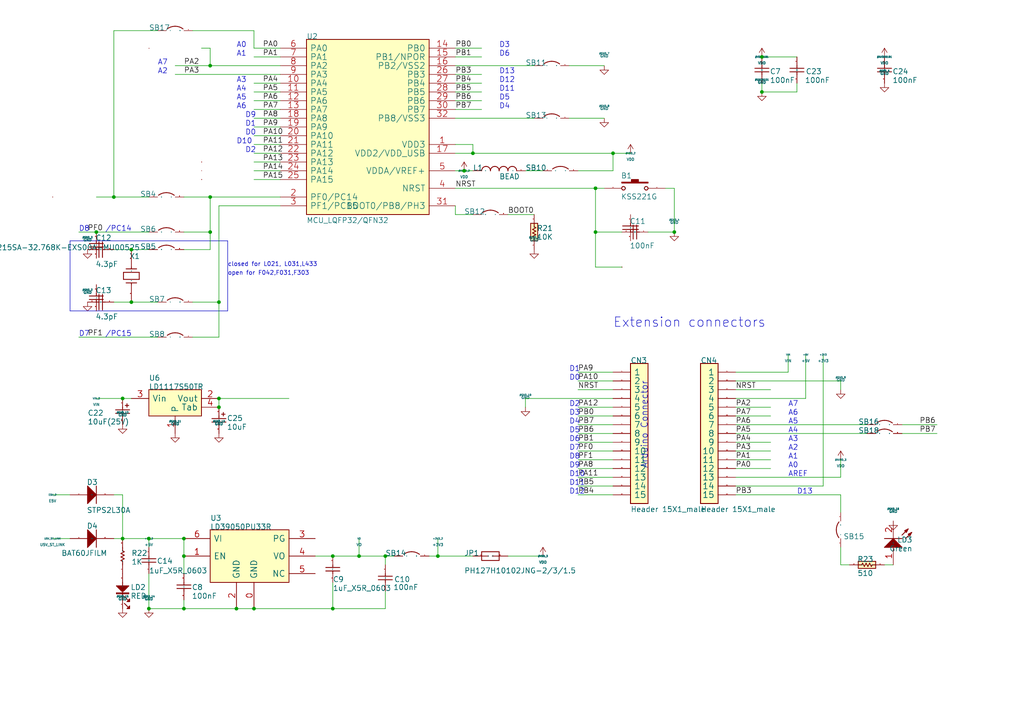
<source format=kicad_sch>
(kicad_sch (version 20230121) (generator eeschema)
  (paper "A4")
  (title_block (title "MCU") (date "*") (company "ST Microelectronics") (comment 1 "July-2002: Re-released for DXP Platform."))
  (lib_symbols
    (symbol "MCU_32-SchDoc-rescue:BAT60JFILM-" (pin_names (offset 1.016))
      (property "Reference" "D" (at -0.254 0.254 0))
      (property "Value" "BAT60JFILM" (at -7.62 -7.62 0))
      (symbol "BAT60JFILM-_0_1"
        (pin passive line (at -5.08 -2.54 0) (length 5.08) (name "A") (number "1"))
        (pin passive line (at 7.62 -2.54 180) (length 5.08) (name "K") (number "2"))
      )
    )
    (symbol "MCU_32-SchDoc-rescue:CAP-" (pin_names (offset 1.016))
      (property "Reference" "C" (at -2.794 -0.254 0))
      (property "Value" "CAP" (at -2.794 -7.366 0))
      (symbol "CAP-_0_1"
        (pin passive line (at -2.54 -2.54 0) (length 2.54) (name "1") (number "1"))
        (pin passive line (at 2.54 2.54 270) (length 2.54) (name "1") (number "1"))
        (pin passive line (at 2.54 -5.08 90) (length 2.54) (name "2") (number "2"))
        (pin passive line (at 5.08 -2.54 180) (length 2.54) (name "2") (number "2"))
      )
    )
    (symbol "MCU_32-SchDoc-rescue:CAP_SMD_0603__X5R_1µF_25V_10%-" (pin_names (offset 1.016))
      (property "Reference" "C" (at 2.286 -4.826 0))
      (property "Value" "CAP_SMD_0603__X5R_1µF_25V_10%" (at 0 -7.62 90))
      (symbol "CAP_SMD_0603__X5R_1µF_25V_10%-_0_1"
        (pin passive line (at 0 0 0) (length 2.54) (name "1") (number "1"))
        (pin passive line (at 7.62 0 180) (length 2.54) (name "2") (number "2"))
      )
    )
    (symbol "MCU_32-SchDoc-rescue:CRYSTAL_32K-" (pin_names (offset 1.016))
      (property "Reference" "X" (at 0 -2.286 0))
      (property "Value" "CRYSTAL_32K" (at 0 -4.826 90))
      (symbol "CRYSTAL_32K-_0_1"
        (pin passive line (at -5.08 -2.54 0) (length 5.08) (name "1") (number "1"))
        (pin passive line (at 10.16 -2.54 180) (length 5.08) (name "2") (number "2"))
      )
    )
    (symbol "MCU_32-SchDoc-rescue:Cap-" (pin_names (offset 1.016))
      (property "Reference" "C" (at -0.254 -2.54 0))
      (property "Value" "Cap" (at -0.254 -5.08 90))
      (symbol "Cap-_0_1"
        (pin passive line (at -2.54 -2.54 0) (length 2.54) (name "1") (number "1"))
        (pin passive line (at 5.08 -2.54 180) (length 2.54) (name "2") (number "2"))
      )
    )
    (symbol "MCU_32-SchDoc-rescue:Cap_Pol1-" (pin_names (offset 1.016))
      (property "Reference" "C" (at -0.254 -1.524 0))
      (property "Value" "Cap_Pol1" (at -0.254 -4.064 90))
      (symbol "Cap_Pol1-_0_1"
        (pin passive line (at -2.54 -2.54 0) (length 2.54) (name "1") (number "1"))
        (pin passive line (at 5.08 -2.54 180) (length 2.54) (name "2") (number "2"))
      )
    )
    (symbol "MCU_32-SchDoc-rescue:Capacitor_ST-" (pin_names (offset 1.016))
      (property "Reference" "C" (at 5.08 0 0))
      (property "Value" "Capacitor_ST" (at 4.826 -2.286 90))
      (symbol "Capacitor_ST-_0_1"
        (pin passive line (at -2.54 -2.54 0) (length 2.54) (name "1") (number "1"))
        (pin passive line (at 5.08 -2.54 180) (length 2.54) (name "2") (number "2"))
      )
    )
    (symbol "MCU_32-SchDoc-rescue:Circuit_Breaker-" (pin_names (offset 1.016))
      (property "Reference" "SB" (at -5.08 -2.54 0))
      (property "Value" "Circuit_Breaker" (at 0 0 0))
      (symbol "Circuit_Breaker-_0_1"
        (pin passive line (at -2.54 -2.54 0) (length 2.54) (name "1") (number "1"))
        (pin passive line (at 7.62 -2.54 180) (length 2.54) (name "2") (number "2"))
      )
    )
    (symbol "MCU_32-SchDoc-rescue:Header_15X1_Female_1-" (pin_names (offset 1.016))
      (property "Reference" "CN" (at -5.08 0 0))
      (property "Value" "Header_15X1_Female_1" (at -5.08 -43.18 0))
      (symbol "Header_15X1_Female_1-_0_1"
        (pin passive line (at -5.08 -2.54 0) (length 5.08) (name "1") (number "1"))
        (pin passive line (at -5.08 -25.4 0) (length 5.08) (name "10") (number "10"))
        (pin passive line (at -5.08 -27.94 0) (length 5.08) (name "11") (number "11"))
        (pin passive line (at -5.08 -30.48 0) (length 5.08) (name "12") (number "12"))
        (pin passive line (at -5.08 -33.02 0) (length 5.08) (name "13") (number "13"))
        (pin passive line (at -5.08 -35.56 0) (length 5.08) (name "14") (number "14"))
        (pin passive line (at -5.08 -38.1 0) (length 5.08) (name "15") (number "15"))
        (pin passive line (at -5.08 -5.08 0) (length 5.08) (name "2") (number "2"))
        (pin passive line (at -5.08 -7.62 0) (length 5.08) (name "3") (number "3"))
        (pin passive line (at -5.08 -10.16 0) (length 5.08) (name "4") (number "4"))
        (pin passive line (at -5.08 -12.7 0) (length 5.08) (name "5") (number "5"))
        (pin passive line (at -5.08 -15.24 0) (length 5.08) (name "6") (number "6"))
        (pin passive line (at -5.08 -17.78 0) (length 5.08) (name "7") (number "7"))
        (pin passive line (at -5.08 -20.32 0) (length 5.08) (name "8") (number "8"))
        (pin passive line (at -5.08 -22.86 0) (length 5.08) (name "9") (number "9"))
      )
    )
    (symbol "MCU_32-SchDoc-rescue:Inductor-" (pin_names (offset 1.016))
      (property "Reference" "L" (at -2.54 -2.54 0))
      (property "Value" "Inductor" (at 5.08 -5.08 0))
      (symbol "Inductor-_0_1"
        (pin passive line (at -2.54 -2.54 0) (length 2.54) (name "1") (number "1"))
        (pin passive line (at 12.7 -2.54 180) (length 2.54) (name "2") (number "2"))
      )
    )
    (symbol "MCU_32-SchDoc-rescue:JP2-" (pin_names (offset 1.016))
      (property "Reference" "JP" (at -7.62 0 0))
      (property "Value" "JP2" (at -7.62 -5.08 0))
      (symbol "JP2-_0_1"
        (pin passive line (at -5.08 0 0) (length 4.572) (name "COMMON") (number "1"))
        (pin passive line (at 5.08 0 180) (length 4.572) (name "NO") (number "2"))
      )
    )
    (symbol "MCU_32-SchDoc-rescue:LD1117-" (pin_names (offset 1.016))
      (property "Reference" "U" (at -7.62 5.08 0))
      (property "Value" "LD1117" (at -7.62 2.54 0))
      (symbol "LD1117-_0_1"
        (pin passive line (at 0 -10.16 90) (length 5.08) (name "P") (number "1"))
        (pin power_in line (at 12.7 0 180) (length 5.08) (name "Vout") (number "2"))
        (pin input line (at -12.7 0 0) (length 5.08) (name "Vin") (number "3"))
        (pin power_in line (at 12.7 -2.54 180) (length 5.08) (name "Tab") (number "4"))
      )
    )
    (symbol "MCU_32-SchDoc-rescue:LD39050P-" (pin_names (offset 1.016))
      (property "Reference" "U" (at 0 2.54 0))
      (property "Value" "LD39050P" (at 0 0 0))
      (symbol "LD39050P-_0_1"
        (pin passive line (at 12.7 -22.86 90) (length 7.62) (name "GND") (number "0"))
        (pin passive line (at -7.62 -7.62 0) (length 7.62) (name "EN") (number "1"))
        (pin passive line (at 7.62 -22.86 90) (length 7.62) (name "GND") (number "2"))
        (pin passive line (at 30.48 -2.54 180) (length 7.62) (name "PG") (number "3"))
        (pin passive line (at 30.48 -7.62 180) (length 7.62) (name "VO") (number "4"))
        (pin passive line (at 30.48 -12.7 180) (length 7.62) (name "NC") (number "5"))
        (pin passive line (at -7.62 -2.54 0) (length 7.62) (name "VI") (number "6"))
      )
    )
    (symbol "MCU_32-SchDoc-rescue:LED2-" (pin_names (offset 1.016))
      (property "Reference" "LD" (at 3.048 3.048 0))
      (property "Value" "LED2" (at 3.048 0.508 90))
      (symbol "LED2-_0_1"
        (pin passive line (at -5.08 -2.54 0) (length 5.08) (name "A") (number "1"))
        (pin passive line (at 7.62 -2.54 180) (length 5.08) (name "K") (number "2"))
      )
    )
    (symbol "MCU_32-SchDoc-rescue:MCU_LQFP32-" (pin_names (offset 1.016))
      (property "Reference" "U" (at 0 0 0))
      (property "Value" "MCU_LQFP32" (at 0 -53.34 0))
      (symbol "MCU_LQFP32-_0_1"
        (pin passive line (at 43.18 -30.48 180) (length 7.62) (name "VDD3") (number "1"))
        (pin passive line (at -7.62 -12.7 0) (length 7.62) (name "PA4") (number "10"))
        (pin passive line (at -7.62 -15.24 0) (length 7.62) (name "PA5") (number "11"))
        (pin passive line (at -7.62 -17.78 0) (length 7.62) (name "PA6") (number "12"))
        (pin passive line (at -7.62 -20.32 0) (length 7.62) (name "PA7") (number "13"))
        (pin passive line (at 43.18 -2.54 180) (length 7.62) (name "PB0") (number "14"))
        (pin passive line (at 43.18 -5.08 180) (length 7.62) (name "PB1/NPOR") (number "15"))
        (pin passive line (at 43.18 -7.62 180) (length 7.62) (name "PB2/VSS2") (number "16"))
        (pin passive line (at 43.18 -33.02 180) (length 7.62) (name "VDD2/VDD_USB") (number "17"))
        (pin passive line (at -7.62 -22.86 0) (length 7.62) (name "PA8") (number "18"))
        (pin passive line (at -7.62 -25.4 0) (length 7.62) (name "PA9") (number "19"))
        (pin passive line (at -7.62 -45.72 0) (length 7.62) (name "PF0/PC14") (number "2"))
        (pin passive line (at -7.62 -27.94 0) (length 7.62) (name "PA10") (number "20"))
        (pin passive line (at -7.62 -30.48 0) (length 7.62) (name "PA11") (number "21"))
        (pin passive line (at -7.62 -33.02 0) (length 7.62) (name "PA12") (number "22"))
        (pin passive line (at -7.62 -35.56 0) (length 7.62) (name "PA13") (number "23"))
        (pin passive line (at -7.62 -38.1 0) (length 7.62) (name "PA14") (number "24"))
        (pin passive line (at -7.62 -40.64 0) (length 7.62) (name "PA15") (number "25"))
        (pin passive line (at 43.18 -10.16 180) (length 7.62) (name "PB3") (number "26"))
        (pin passive line (at 43.18 -12.7 180) (length 7.62) (name "PB4") (number "27"))
        (pin passive line (at 43.18 -15.24 180) (length 7.62) (name "PB5") (number "28"))
        (pin passive line (at 43.18 -17.78 180) (length 7.62) (name "PB6") (number "29"))
        (pin passive line (at -7.62 -48.26 0) (length 7.62) (name "PF1/PC15") (number "3"))
        (pin passive line (at 43.18 -20.32 180) (length 7.62) (name "PB7") (number "30"))
        (pin passive line (at 43.18 -48.26 180) (length 7.62) (name "BOOT0/PB8/PH3") (number "31"))
        (pin passive line (at 43.18 -22.86 180) (length 7.62) (name "PB8/VSS3") (number "32"))
        (pin passive line (at 43.18 -43.18 180) (length 7.62) (name "NRST") (number "4"))
        (pin passive line (at 43.18 -38.1 180) (length 7.62) (name "VDDA/VREF+") (number "5"))
        (pin passive line (at -7.62 -2.54 0) (length 7.62) (name "PA0") (number "6"))
        (pin passive line (at -7.62 -5.08 0) (length 7.62) (name "PA1") (number "7"))
        (pin passive line (at -7.62 -7.62 0) (length 7.62) (name "PA2") (number "8"))
        (pin passive line (at -7.62 -10.16 0) (length 7.62) (name "PA3") (number "9"))
      )
    )
    (symbol "MCU_32-SchDoc-rescue:PHOTO-" (pin_names (offset 1.016))
      (property "Reference" "LD" (at 2.286 -4.826 0))
      (property "Value" "PHOTO" (at 2.286 -7.366 0))
      (symbol "PHOTO-_0_1"
        (pin passive line (at 0 0 270) (length 2.54) (name "P") (number "1"))
        (pin passive line (at 0 -10.16 90) (length 2.54) (name "P") (number "2"))
      )
    )
    (symbol "MCU_32-SchDoc-rescue:Res1-" (pin_names (offset 1.016))
      (property "Reference" "R" (at -5.334 3.302 0))
      (property "Value" "Res1" (at -5.334 -0.762 0))
      (symbol "Res1-_0_1"
        (pin passive line (at -2.54 -2.54 0) (length 2.54) (name "1") (number "1"))
        (pin passive line (at 7.62 -2.54 180) (length 2.54) (name "2") (number "2"))
      )
    )
    (symbol "MCU_32-SchDoc-rescue:Resistor_ST-" (pin_names (offset 1.016))
      (property "Reference" "R" (at 5.08 2.54 0))
      (property "Value" "Resistor_ST" (at 5.08 0 90))
      (symbol "Resistor_ST-_0_1"
        (pin passive line (at -2.54 -2.54 0) (length 2.54) (name "1") (number "1"))
        (pin passive line (at 7.62 -2.54 180) (length 2.54) (name "2") (number "2"))
      )
    )
    (symbol "MCU_32-SchDoc-rescue:STPS2L30A-" (pin_names (offset 1.016))
      (property "Reference" "D" (at -0.254 0.254 0))
      (property "Value" "STPS2L30A" (at -0.254 -7.874 0))
      (symbol "STPS2L30A-_0_1"
        (pin passive line (at -5.08 -2.54 0) (length 5.08) (name "A") (number "1"))
        (pin passive line (at 7.62 -2.54 180) (length 5.08) (name "K") (number "2"))
      )
    )
    (symbol "MCU_32-SchDoc-rescue:SW-PB-" (pin_names (offset 1.016))
      (property "Reference" "B" (at -0.254 0.254 0))
      (property "Value" "SW-PB" (at -0.254 -5.842 0))
      (symbol "SW-PB-_0_1"
        (pin passive line (at -5.08 -2.54 0) (length 5.08) (name "1") (number "1"))
        (pin passive line (at 12.7 -2.54 180) (length 5.08) (name "2") (number "2"))
      )
    )
    (symbol "MCU_32-SchDoc-rescue:res1-" (pin_names (offset 1.016))
      (property "Reference" "R" (at -1.778 -2.286 0))
      (property "Value" "res1" (at -1.778 -4.826 90))
      (symbol "res1-_0_1"
        (pin passive line (at -2.54 -2.54 0) (length 2.54) (name "1") (number "1"))
        (pin passive line (at 7.62 -2.54 180) (length 2.54) (name "2") (number "2"))
      )
    )
    (symbol "power:GND" (power) (pin_names (offset 0))
      (property "Value" "GND" (at 0 -3.81 0))
      (symbol "GND_1_1"
        (pin power_in line (at 0 0 270) (length 0) hide (name "GND") (number "1"))
      )
    )
    (symbol "power:VDD" (power) (pin_names (offset 0))
      (property "Value" "VDD" (at 0 3.81 0))
      (symbol "VDD_1_1"
        (pin power_in line (at 0 0 90) (length 0) hide (name "VDD") (number "1"))
      )
    )
  )
  (junction (at 63.5 115.57))
  (junction (at 96.52 176.53))
  (junction (at 53.34 156.21))
  (junction (at 38.1 87.63))
  (junction (at 27.94 67.31))
  (junction (at 38.1 72.39))
  (junction (at 172.72 67.31))
  (junction (at 43.18 156.21))
  (junction (at 60.96 67.31))
  (junction (at 60.96 19.05))
  (junction (at 35.56 156.21))
  (junction (at 35.56 115.57))
  (junction (at 172.72 54.61))
  (junction (at 220.98 26.67))
  (junction (at 63.5 87.63))
  (junction (at 43.18 176.53))
  (junction (at 104.14 161.29))
  (junction (at 127 161.29))
  (junction (at 73.66 176.53))
  (junction (at 111.76 161.29))
  (junction (at 96.52 161.29))
  (junction (at 134.62 49.53))
  (junction (at 53.34 176.53))
  (junction (at 220.98 16.51))
  (junction (at 177.8 44.45))
  (junction (at 33.02 57.15))
  (junction (at 60.96 57.15))
  (junction (at 63.5 118.11))
  (junction (at 137.16 44.45))
  (junction (at 68.58 176.53))
  (junction (at 53.34 161.29))
  (junction (at 195.58 67.31))
  (wire (pts (xy 132.08 29.21) (xy 139.7 29.21)))
  (wire (pts (xy 137.16 161.29) (xy 127 161.29)))
  (wire (pts (xy 35.56 156.21) (xy 43.18 156.21)))
  (wire (pts (xy 213.36 133.35) (xy 223.52 133.35)))
  (wire (pts (xy 73.66 13.97) (xy 73.66 8.89)))
  (wire (pts (xy 137.16 44.45) (xy 137.16 41.91)))
  (wire (pts (xy 213.36 113.03) (xy 223.52 113.03)))
  (wire (pts (xy 43.18 72.39) (xy 38.1 72.39)))
  (wire (pts (xy 233.68 115.57) (xy 213.36 115.57)))
  (wire (pts (xy 33.02 57.15) (xy 33.02 8.89)))
  (wire (pts (xy 73.66 41.91) (xy 81.28 41.91)))
  (wire (pts (xy 73.66 16.51) (xy 81.28 16.51)))
  (wire (pts (xy 45.72 97.79) (xy 22.86 97.79)))
  (wire (pts (xy 220.98 26.67) (xy 231.14 26.67)))
  (wire (pts (xy 167.64 140.97) (xy 177.8 140.97)))
  (wire (pts (xy 73.66 36.83) (xy 81.28 36.83)))
  (wire (pts (xy 213.36 120.65) (xy 223.52 120.65)))
  (wire (pts (xy 20.32 143.51) (xy 15.24 143.51)))
  (wire (pts (xy 231.14 26.67) (xy 231.14 24.13)))
  (wire (pts (xy 60.96 57.15) (xy 60.96 67.31)))
  (wire (pts (xy 73.66 34.29) (xy 81.28 34.29)))
  (wire (pts (xy 243.84 110.49) (xy 213.36 110.49)))
  (wire (pts (xy 43.18 158.75) (xy 43.18 156.21)))
  (wire (pts (xy 228.6 102.87) (xy 228.6 107.95)))
  (wire (pts (xy 271.78 123.19) (xy 261.62 123.19)))
  (wire (pts (xy 60.96 13.97) (xy 58.42 13.97)))
  (wire (pts (xy 223.52 128.27) (xy 213.36 128.27)))
  (wire (pts (xy 27.94 57.15) (xy 33.02 57.15)))
  (wire (pts (xy 96.52 168.91) (xy 96.52 176.53)))
  (wire (pts (xy 167.64 107.95) (xy 177.8 107.95)))
  (wire (pts (xy 127 156.21) (xy 127 161.29)))
  (wire (pts (xy 177.8 44.45) (xy 177.8 49.53)))
  (wire (pts (xy 73.66 29.21) (xy 81.28 29.21)))
  (wire (pts (xy 73.66 31.75) (xy 81.28 31.75)))
  (wire (pts (xy 81.28 57.15) (xy 60.96 57.15)))
  (wire (pts (xy 246.38 163.83) (xy 243.84 163.83)))
  (wire (pts (xy 167.64 110.49) (xy 177.8 110.49)))
  (wire (pts (xy 33.02 143.51) (xy 35.56 143.51)))
  (wire (pts (xy 111.76 171.45) (xy 111.76 176.53)))
  (wire (pts (xy 35.56 115.57) (xy 27.94 115.57)))
  (wire (pts (xy 43.18 57.15) (xy 33.02 57.15)))
  (wire (pts (xy 167.64 125.73) (xy 177.8 125.73)))
  (wire (pts (xy 132.08 62.23) (xy 137.16 62.23)))
  (wire (pts (xy 134.62 49.53) (xy 132.08 49.53)))
  (wire (pts (xy 60.96 67.31) (xy 53.34 67.31)))
  (polyline (pts (xy 66.04 90.17) (xy 66.04 69.85)))
  (wire (pts (xy 38.1 87.63) (xy 45.72 87.63)))
  (wire (pts (xy 53.34 156.21) (xy 53.34 161.29)))
  (wire (pts (xy 256.54 163.83) (xy 259.08 163.83)))
  (wire (pts (xy 73.66 176.53) (xy 68.58 176.53)))
  (wire (pts (xy 73.66 49.53) (xy 81.28 49.53)))
  (wire (pts (xy 243.84 143.51) (xy 213.36 143.51)))
  (wire (pts (xy 154.94 19.05) (xy 132.08 19.05)))
  (wire (pts (xy 96.52 176.53) (xy 73.66 176.53)))
  (wire (pts (xy 167.64 118.11) (xy 177.8 118.11)))
  (wire (pts (xy 63.5 115.57) (xy 63.5 118.11)))
  (wire (pts (xy 238.76 140.97) (xy 213.36 140.97)))
  (polyline (pts (xy 20.32 69.85) (xy 66.04 69.85)))
  (wire (pts (xy 172.72 54.61) (xy 132.08 54.61)))
  (wire (pts (xy 81.28 13.97) (xy 73.66 13.97)))
  (wire (pts (xy 127 161.29) (xy 124.46 161.29)))
  (wire (pts (xy 177.8 44.45) (xy 137.16 44.45)))
  (wire (pts (xy 53.34 173.99) (xy 53.34 176.53)))
  (wire (pts (xy 22.86 67.31) (xy 27.94 67.31)))
  (wire (pts (xy 167.64 130.81) (xy 177.8 130.81)))
  (wire (pts (xy 172.72 54.61) (xy 175.26 54.61)))
  (wire (pts (xy 172.72 77.47) (xy 172.72 67.31)))
  (wire (pts (xy 38.1 115.57) (xy 35.56 115.57)))
  (wire (pts (xy 50.8 21.59) (xy 81.28 21.59)))
  (wire (pts (xy 238.76 102.87) (xy 238.76 140.97)))
  (wire (pts (xy 73.66 52.07) (xy 81.28 52.07)))
  (wire (pts (xy 60.96 19.05) (xy 81.28 19.05)))
  (wire (pts (xy 73.66 24.13) (xy 81.28 24.13)))
  (wire (pts (xy 111.76 161.29) (xy 111.76 163.83)))
  (wire (pts (xy 132.08 24.13) (xy 139.7 24.13)))
  (wire (pts (xy 137.16 49.53) (xy 134.62 49.53)))
  (wire (pts (xy 104.14 156.21) (xy 104.14 161.29)))
  (wire (pts (xy 33.02 156.21) (xy 35.56 156.21)))
  (wire (pts (xy 60.96 19.05) (xy 60.96 13.97)))
  (wire (pts (xy 243.84 113.03) (xy 243.84 110.49)))
  (wire (pts (xy 132.08 21.59) (xy 139.7 21.59)))
  (wire (pts (xy 154.94 34.29) (xy 132.08 34.29)))
  (wire (pts (xy 213.36 130.81) (xy 223.52 130.81)))
  (wire (pts (xy 167.64 128.27) (xy 177.8 128.27)))
  (wire (pts (xy 73.66 26.67) (xy 81.28 26.67)))
  (wire (pts (xy 43.18 176.53) (xy 43.18 166.37)))
  (wire (pts (xy 175.26 19.05) (xy 165.1 19.05)))
  (wire (pts (xy 167.64 123.19) (xy 177.8 123.19)))
  (wire (pts (xy 213.36 123.19) (xy 251.46 123.19)))
  (wire (pts (xy 243.84 133.35) (xy 243.84 138.43)))
  (wire (pts (xy 243.84 138.43) (xy 213.36 138.43)))
  (wire (pts (xy 152.4 115.57) (xy 177.8 115.57)))
  (wire (pts (xy 104.14 161.29) (xy 111.76 161.29)))
  (wire (pts (xy 243.84 148.59) (xy 243.84 143.51)))
  (wire (pts (xy 182.88 44.45) (xy 177.8 44.45)))
  (wire (pts (xy 96.52 161.29) (xy 104.14 161.29)))
  (wire (pts (xy 195.58 54.61) (xy 193.04 54.61)))
  (wire (pts (xy 220.98 24.13) (xy 220.98 26.67)))
  (wire (pts (xy 137.16 41.91) (xy 132.08 41.91)))
  (wire (pts (xy 27.94 67.31) (xy 43.18 67.31)))
  (wire (pts (xy 167.64 133.35) (xy 177.8 133.35)))
  (wire (pts (xy 243.84 163.83) (xy 243.84 158.75)))
  (wire (pts (xy 73.66 8.89) (xy 55.88 8.89)))
  (wire (pts (xy 132.08 31.75) (xy 139.7 31.75)))
  (wire (pts (xy 147.32 161.29) (xy 157.48 161.29)))
  (wire (pts (xy 91.44 161.29) (xy 96.52 161.29)))
  (wire (pts (xy 137.16 44.45) (xy 132.08 44.45)))
  (wire (pts (xy 111.76 161.29) (xy 114.3 161.29)))
  (wire (pts (xy 180.34 67.31) (xy 172.72 67.31)))
  (polyline (pts (xy 20.32 90.17) (xy 66.04 90.17)))
  (wire (pts (xy 55.88 97.79) (xy 63.5 97.79)))
  (wire (pts (xy 33.02 8.89) (xy 45.72 8.89)))
  (wire (pts (xy 152.4 118.11) (xy 152.4 115.57)))
  (wire (pts (xy 73.66 44.45) (xy 81.28 44.45)))
  (polyline (pts (xy 20.32 90.17) (xy 20.32 69.85)))
  (wire (pts (xy 220.98 16.51) (xy 231.14 16.51)))
  (wire (pts (xy 213.36 135.89) (xy 223.52 135.89)))
  (wire (pts (xy 33.02 87.63) (xy 38.1 87.63)))
  (wire (pts (xy 187.96 67.31) (xy 195.58 67.31)))
  (wire (pts (xy 68.58 176.53) (xy 53.34 176.53)))
  (wire (pts (xy 195.58 67.31) (xy 195.58 54.61)))
  (wire (pts (xy 111.76 176.53) (xy 96.52 176.53)))
  (wire (pts (xy 63.5 97.79) (xy 63.5 87.63)))
  (wire (pts (xy 167.64 113.03) (xy 177.8 113.03)))
  (wire (pts (xy 167.64 135.89) (xy 177.8 135.89)))
  (wire (pts (xy 73.66 39.37) (xy 81.28 39.37)))
  (wire (pts (xy 132.08 59.69) (xy 132.08 62.23)))
  (wire (pts (xy 167.64 120.65) (xy 177.8 120.65)))
  (wire (pts (xy 271.78 125.73) (xy 261.62 125.73)))
  (wire (pts (xy 213.36 118.11) (xy 223.52 118.11)))
  (wire (pts (xy 213.36 125.73) (xy 251.46 125.73)))
  (wire (pts (xy 228.6 107.95) (xy 213.36 107.95)))
  (wire (pts (xy 63.5 87.63) (xy 55.88 87.63)))
  (wire (pts (xy 180.34 77.47) (xy 172.72 77.47)))
  (wire (pts (xy 83.82 115.57) (xy 63.5 115.57)))
  (wire (pts (xy 175.26 34.29) (xy 165.1 34.29)))
  (wire (pts (xy 132.08 16.51) (xy 139.7 16.51)))
  (wire (pts (xy 38.1 72.39) (xy 33.02 72.39)))
  (wire (pts (xy 50.8 19.05) (xy 60.96 19.05)))
  (wire (pts (xy 132.08 26.67) (xy 139.7 26.67)))
  (wire (pts (xy 53.34 176.53) (xy 43.18 176.53)))
  (wire (pts (xy 53.34 161.29) (xy 53.34 166.37)))
  (wire (pts (xy 63.5 59.69) (xy 63.5 87.63)))
  (wire (pts (xy 15.24 156.21) (xy 20.32 156.21)))
  (wire (pts (xy 177.8 49.53) (xy 167.64 49.53)))
  (wire (pts (xy 60.96 67.31) (xy 60.96 72.39)))
  (wire (pts (xy 35.56 143.51) (xy 35.56 156.21)))
  (wire (pts (xy 60.96 72.39) (xy 53.34 72.39)))
  (wire (pts (xy 154.94 62.23) (xy 147.32 62.23)))
  (wire (pts (xy 167.64 138.43) (xy 177.8 138.43)))
  (wire (pts (xy 172.72 67.31) (xy 172.72 54.61)))
  (wire (pts (xy 167.64 143.51) (xy 177.8 143.51)))
  (wire (pts (xy 132.08 13.97) (xy 139.7 13.97)))
  (wire (pts (xy 43.18 156.21) (xy 53.34 156.21)))
  (wire (pts (xy 81.28 59.69) (xy 63.5 59.69)))
  (wire (pts (xy 60.96 57.15) (xy 53.34 57.15)))
  (wire (pts (xy 73.66 46.99) (xy 81.28 46.99)))
  (wire (pts (xy 233.68 102.87) (xy 233.68 115.57)))
  (wire (pts (xy 157.48 49.53) (xy 152.4 49.53)))
  (text "D7" (at 22.86 97.79 0) (effects (font (size 1.524 1.524)) (justify left bottom)))
  (text "D3" (at 165.1 120.65 0) (effects (font (size 1.524 1.524)) (justify left bottom)))
  (text "A2" (at 228.6 130.81 0) (effects (font (size 1.524 1.524)) (justify left bottom)))
  (text "A6" (at 68.58 31.75 0) (effects (font (size 1.524 1.524)) (justify left bottom)))
  (text "A4" (at 68.58 26.67 0) (effects (font (size 1.524 1.524)) (justify left bottom)))
  (text "D9" (at 165.1 135.89 0) (effects (font (size 1.524 1.524)) (justify left bottom)))
  (text "A5" (at 228.6 123.19 0) (effects (font (size 1.524 1.524)) (justify left bottom)))
  (text "D4" (at 165.1 123.19 0) (effects (font (size 1.524 1.524)) (justify left bottom)))
  (text "closed for L021, L031,L433" (at 66.04 77.47 0) (effects (font (size 1.2192 1.2192)) (justify left bottom)))
  (text "D9" (at 71.12 34.29 0) (effects (font (size 1.524 1.524)) (justify left bottom)))
  (text "D12" (at 144.78 24.13 0) (effects (font (size 1.524 1.524)) (justify left bottom)))
  (text "D2" (at 165.1 118.11 0) (effects (font (size 1.524 1.524)) (justify left bottom)))
  (text "/PC14" (at 30.48 67.31 0) (effects (font (size 1.524 1.524)) (justify left bottom)))
  (text "D12" (at 165.1 143.51 0) (effects (font (size 1.524 1.524)) (justify left bottom)))
  (text "D2" (at 71.12 44.45 0) (effects (font (size 1.524 1.524)) (justify left bottom)))
  (text "D0" (at 71.12 39.37 0) (effects (font (size 1.524 1.524)) (justify left bottom)))
  (text "D1" (at 165.1 107.95 0) (effects (font (size 1.524 1.524)) (justify left bottom)))
  (text "/PC15" (at 30.48 97.79 0) (effects (font (size 1.524 1.524)) (justify left bottom)))
  (text "A7" (at 45.72 19.05 0) (effects (font (size 1.524 1.524)) (justify left bottom)))
  (text "A4" (at 228.6 125.73 0) (effects (font (size 1.524 1.524)) (justify left bottom)))
  (text "D0" (at 165.1 110.49 0) (effects (font (size 1.524 1.524)) (justify left bottom)))
  (text "D6" (at 165.1 128.27 0) (effects (font (size 1.524 1.524)) (justify left bottom)))
  (text "A3" (at 228.6 128.27 0) (effects (font (size 1.524 1.524)) (justify left bottom)))
  (text "Extension connectors" (at 177.8 95.25 0) (effects (font (size 2.7432 2.7432)) (justify left bottom)))
  (text "D10" (at 165.1 138.43 0) (effects (font (size 1.524 1.524)) (justify left bottom)))
  (text "Arduino Connector" (at 187.96 110.49 90) (effects (font (size 1.8288 1.8288)) (justify right bottom)))
  (text "D4" (at 144.78 31.75 0) (effects (font (size 1.524 1.524)) (justify left bottom)))
  (text "A1" (at 228.6 133.35 0) (effects (font (size 1.524 1.524)) (justify left bottom)))
  (text "D8" (at 165.1 133.35 0) (effects (font (size 1.524 1.524)) (justify left bottom)))
  (text "D5" (at 165.1 125.73 0) (effects (font (size 1.524 1.524)) (justify left bottom)))
  (text "A3" (at 68.58 24.13 0) (effects (font (size 1.524 1.524)) (justify left bottom)))
  (text "D3" (at 144.78 13.97 0) (effects (font (size 1.524 1.524)) (justify left bottom)))
  (text "D7" (at 165.1 130.81 0) (effects (font (size 1.524 1.524)) (justify left bottom)))
  (text "D11" (at 144.78 26.67 0) (effects (font (size 1.524 1.524)) (justify left bottom)))
  (text "A6" (at 228.6 120.65 0) (effects (font (size 1.524 1.524)) (justify left bottom)))
  (text "A7" (at 228.6 118.11 0) (effects (font (size 1.524 1.524)) (justify left bottom)))
  (text "D5" (at 144.78 29.21 0) (effects (font (size 1.524 1.524)) (justify left bottom)))
  (text "D13" (at 144.78 21.59 0) (effects (font (size 1.524 1.524)) (justify left bottom)))
  (text "open for F042,F031,F303" (at 66.04 80.01 0) (effects (font (size 1.2192 1.2192)) (justify left bottom)))
  (text "D11" (at 165.1 140.97 0) (effects (font (size 1.524 1.524)) (justify left bottom)))
  (text "A5" (at 68.58 29.21 0) (effects (font (size 1.524 1.524)) (justify left bottom)))
  (text "D13" (at 231.14 143.51 0) (effects (font (size 1.524 1.524)) (justify left bottom)))
  (text "A0" (at 228.6 135.89 0) (effects (font (size 1.524 1.524)) (justify left bottom)))
  (text "D10" (at 68.58 41.91 0) (effects (font (size 1.524 1.524)) (justify left bottom)))
  (text "AREF" (at 228.6 138.43 0) (effects (font (size 1.524 1.524)) (justify left bottom)))
  (text "A0" (at 68.58 13.97 0) (effects (font (size 1.524 1.524)) (justify left bottom)))
  (text "A1" (at 68.58 16.51 0) (effects (font (size 1.524 1.524)) (justify left bottom)))
  (text "D6" (at 144.78 16.51 0) (effects (font (size 1.524 1.524)) (justify left bottom)))
  (text "D1" (at 71.12 36.83 0) (effects (font (size 1.524 1.524)) (justify left bottom)))
  (text "D8" (at 22.86 67.31 0) (effects (font (size 1.524 1.524)) (justify left bottom)))
  (text "A2" (at 45.72 21.59 0) (effects (font (size 1.524 1.524)) (justify left bottom)))
  (label "PB0" (at 132.08 13.97 0) (effects (font (size 1.524 1.524))))
  (label "PA10" (at 76.2 39.37 0) (effects (font (size 1.524 1.524))))
  (label "PA3" (at 213.36 130.81 0) (effects (font (size 1.524 1.524))))
  (label "PB4" (at 132.08 24.13 0) (effects (font (size 1.524 1.524))))
  (label "PA9" (at 76.2 36.83 0) (effects (font (size 1.524 1.524))))
  (label "PA8" (at 76.2 34.29 0) (effects (font (size 1.524 1.524))))
  (label "PB5" (at 167.64 140.97 0) (effects (font (size 1.524 1.524))))
  (label "PA2" (at 53.34 19.05 0) (effects (font (size 1.524 1.524))))
  (label "PB6" (at 167.64 125.73 0) (effects (font (size 1.524 1.524))))
  (label "PA14" (at 76.2 49.53 0) (effects (font (size 1.524 1.524))))
  (label "PA3" (at 53.34 21.59 0) (effects (font (size 1.524 1.524))))
  (label "PB5" (at 132.08 26.67 0) (effects (font (size 1.524 1.524))))
  (label "PA12" (at 76.2 44.45 0) (effects (font (size 1.524 1.524))))
  (label "PA7" (at 213.36 120.65 0) (effects (font (size 1.524 1.524))))
  (label "PB1" (at 167.64 128.27 0) (effects (font (size 1.524 1.524))))
  (label "BOOT0" (at 147.32 62.23 0) (effects (font (size 1.524 1.524))))
  (label "PA10" (at 167.64 110.49 0) (effects (font (size 1.524 1.524))))
  (label "PA4" (at 213.36 128.27 0) (effects (font (size 1.524 1.524))))
  (label "PB3" (at 132.08 21.59 0) (effects (font (size 1.524 1.524))))
  (label "PA9" (at 167.64 107.95 0) (effects (font (size 1.524 1.524))))
  (label "NRST" (at 167.64 113.03 0) (effects (font (size 1.524 1.524))))
  (label "PB7" (at 132.08 31.75 0) (effects (font (size 1.524 1.524))))
  (label "PA4" (at 76.2 24.13 0) (effects (font (size 1.524 1.524))))
  (label "PB0" (at 167.64 120.65 0) (effects (font (size 1.524 1.524))))
  (label "PB4" (at 167.64 143.51 0) (effects (font (size 1.524 1.524))))
  (label "PB3" (at 213.36 143.51 0) (effects (font (size 1.524 1.524))))
  (label "PA2" (at 213.36 118.11 0) (effects (font (size 1.524 1.524))))
  (label "PA11" (at 167.64 138.43 0) (effects (font (size 1.524 1.524))))
  (label "PA8" (at 167.64 135.89 0) (effects (font (size 1.524 1.524))))
  (label "PA6" (at 76.2 29.21 0) (effects (font (size 1.524 1.524))))
  (label "PA6" (at 213.36 123.19 0) (effects (font (size 1.524 1.524))))
  (label "PF0" (at 167.64 130.81 0) (effects (font (size 1.524 1.524))))
  (label "PB6" (at 266.7 123.19 0) (effects (font (size 1.524 1.524))))
  (label "PF1" (at 167.64 133.35 0) (effects (font (size 1.524 1.524))))
  (label "PF1" (at 25.4 97.79 0) (effects (font (size 1.524 1.524))))
  (label "PB1" (at 132.08 16.51 0) (effects (font (size 1.524 1.524))))
  (label "PA13" (at 76.2 46.99 0) (effects (font (size 1.524 1.524))))
  (label "PA15" (at 76.2 52.07 0) (effects (font (size 1.524 1.524))))
  (label "PA12" (at 167.64 118.11 0) (effects (font (size 1.524 1.524))))
  (label "PA11" (at 76.2 41.91 0) (effects (font (size 1.524 1.524))))
  (label "PA1" (at 213.36 133.35 0) (effects (font (size 1.524 1.524))))
  (label "PB7" (at 167.64 123.19 0) (effects (font (size 1.524 1.524))))
  (label "PA5" (at 76.2 26.67 0) (effects (font (size 1.524 1.524))))
  (label "PB7" (at 266.7 125.73 0) (effects (font (size 1.524 1.524))))
  (label "PA7" (at 76.2 31.75 0) (effects (font (size 1.524 1.524))))
  (label "NRST" (at 132.08 54.61 0) (effects (font (size 1.524 1.524))))
  (label "NRST" (at 213.36 113.03 0) (effects (font (size 1.524 1.524))))
  (label "PA0" (at 213.36 135.89 0) (effects (font (size 1.524 1.524))))
  (label "PA0" (at 76.2 13.97 0) (effects (font (size 1.524 1.524))))
  (label "PA1" (at 76.2 16.51 0) (effects (font (size 1.524 1.524))))
  (label "PF0" (at 25.4 67.31 0) (effects (font (size 1.524 1.524))))
  (label "PA5" (at 213.36 125.73 0) (effects (font (size 1.524 1.524))))
  (label "PB6" (at 132.08 29.21 0) (effects (font (size 1.524 1.524))))
  (global_label "VCP_RX" (shape input) (at 58.42 52.07 0) (effects (font (size 0 0))) (property "Intersheetrefs" "${INTERSHEET_REFS}" (effects hide)))
  (global_label "VCP_TX" (shape output) (at 43.18 13.97 0) (effects (font (size 0 0))) (property "Intersheetrefs" "${INTERSHEET_REFS}" (effects hide)))
  (global_label "SWDIO" (shape bidirectional) (at 58.42 46.99 0) (effects (font (size 0 0))) (property "Intersheetrefs" "${INTERSHEET_REFS}" (effects hide)))
  (global_label "SWCLK" (shape bidirectional) (at 58.42 49.53 0) (effects (font (size 0 0))) (property "Intersheetrefs" "${INTERSHEET_REFS}" (effects hide)))
  (global_label "NRST" (shape bidirectional) (at 180.34 77.47 0) (effects (font (size 0 0))) (property "Intersheetrefs" "${INTERSHEET_REFS}" (effects hide)))
  (global_label "MCO" (shape bidirectional) (at 15.24 57.15 0) (effects (font (size 0 0))) (property "Intersheetrefs" "${INTERSHEET_REFS}" (effects hide)))
  (symbol (lib_id "MCU_32-SchDoc-rescue:Circuit_Breaker-") (at 45.72 69.85 0) (unit 1)
    (property "Reference" "SB5" (at 40.64 72.39 0) (effects (font (size 1.524 1.524)) (justify left bottom)))
  )
  (symbol (lib_id "MCU_32-SchDoc-rescue:Cap-") (at 259.08 19.05 270) (unit 1)
    (property "Reference" "C24" (at 258.826 21.59 90) (effects (font (size 1.524 1.524)) (justify left bottom)))
    (property "Value" "100nF" (at 258.826 24.13 90) (effects (font (size 1.524 1.524)) (justify left bottom)))
  )
  (symbol (lib_id "MCU_32-SchDoc-rescue:Inductor-") (at 139.7 46.99 0) (unit 1)
    (property "Reference" "L1" (at 137.16 49.53 0) (effects (font (size 1.524 1.524)) (justify left bottom)))
    (property "Value" "BEAD" (at 144.78 52.07 0) (effects (font (size 1.524 1.524)) (justify left bottom)))
  )
  (symbol (lib_id "MCU_32-SchDoc-rescue:res1-") (at 157.48 64.77 270) (unit 1)
    (property "Reference" "R21" (at 155.702 67.056 90) (effects (font (size 1.524 1.524)) (justify left bottom)))
    (property "Value" "10K" (at 155.702 69.596 90) (effects (font (size 1.524 1.524)) (justify left bottom)))
  )
  (symbol (lib_id "MCU_32-SchDoc-rescue:CAP-") (at 185.42 64.77 0) (mirror y) (unit 1)
    (property "Reference" "C11" (at 182.626 65.024 0) (effects (font (size 1.524 1.524)) (justify right bottom)))
    (property "Value" "100nF" (at 182.626 72.136 0) (effects (font (size 1.524 1.524)) (justify right bottom)))
  )
  (symbol (lib_id "MCU_32-SchDoc-rescue:Circuit_Breaker-") (at 254 123.19 0) (unit 1)
    (property "Reference" "SB18" (at 248.92 125.73 0) (effects (font (size 1.524 1.524)) (justify left bottom)))
  )
  (symbol (lib_id "MCU_32-SchDoc-rescue:Circuit_Breaker-") (at 254 120.65 0) (unit 1)
    (property "Reference" "SB16" (at 248.92 123.19 0) (effects (font (size 1.524 1.524)) (justify left bottom)))
  )
  (symbol (lib_id "MCU_32-SchDoc-rescue:JP2-") (at 142.24 161.29 0) (unit 1)
    (property "Reference" "JP1" (at 134.62 161.29 0) (effects (font (size 1.524 1.524)) (justify left bottom)))
    (property "Value" "PH127H10102JNG-2/3/1.5" (at 134.62 166.37 0) (effects (font (size 1.524 1.524)) (justify left bottom)))
  )
  (symbol (lib_id "MCU_32-SchDoc-rescue:Cap-") (at 223.52 19.05 270) (unit 1)
    (property "Reference" "C7" (at 223.266 21.59 90) (effects (font (size 1.524 1.524)) (justify left bottom)))
    (property "Value" "100nF" (at 223.266 24.13 90) (effects (font (size 1.524 1.524)) (justify left bottom)))
  )
  (symbol (lib_id "MCU_32-SchDoc-rescue:Circuit_Breaker-") (at 48.26 6.35 0) (unit 1)
    (property "Reference" "SB17" (at 43.18 8.89 0) (effects (font (size 1.524 1.524)) (justify left bottom)))
  )
  (symbol (lib_id "MCU_32-SchDoc-rescue:LD39050P-") (at 60.96 153.67 0) (unit 1)
    (property "Reference" "U3" (at 60.96 151.13 0) (effects (font (size 1.524 1.524)) (justify left bottom)))
    (property "Value" "LD39050PU33R" (at 60.96 153.67 0) (effects (font (size 1.524 1.524)) (justify left bottom)))
  )
  (symbol (lib_id "MCU_32-SchDoc-rescue:LD1117-") (at 50.8 115.57 0) (unit 1)
    (property "Reference" "U6" (at 43.18 110.49 0) (effects (font (size 1.524 1.524)) (justify left bottom)))
    (property "Value" "LD1117S50TR" (at 43.18 113.03 0) (effects (font (size 1.524 1.524)) (justify left bottom)))
  )
  (symbol (lib_id "MCU_32-SchDoc-rescue:Circuit_Breaker-") (at 45.72 54.61 0) (unit 1)
    (property "Reference" "SB4" (at 40.64 57.15 0) (effects (font (size 1.524 1.524)) (justify left bottom)))
  )
  (symbol (lib_id "MCU_32-SchDoc-rescue:Circuit_Breaker-") (at 116.84 158.75 0) (unit 1)
    (property "Reference" "SB14" (at 111.76 161.29 0) (effects (font (size 1.524 1.524)) (justify left bottom)))
  )
  (symbol (lib_id "MCU_32-SchDoc-rescue:CRYSTAL_32K-") (at 40.64 77.47 270) (unit 1)
    (property "Reference" "X1" (at 40.64 75.184 90) (effects (font (size 1.524 1.524)) (justify right bottom)))
    (property "Value" "NX3215SA-32.768K-EXS00A-MU00525" (at 40.64 72.644 90) (effects (font (size 1.524 1.524)) (justify right bottom)))
  )
  (symbol (lib_id "MCU_32-SchDoc-rescue:SW-PB-") (at 180.34 52.07 0) (unit 1)
    (property "Reference" "B1" (at 180.086 51.816 0) (effects (font (size 1.524 1.524)) (justify left bottom)))
    (property "Value" "KSS221G" (at 180.086 57.912 0) (effects (font (size 1.524 1.524)) (justify left bottom)))
  )
  (symbol (lib_id "MCU_32-SchDoc-rescue:BAT60JFILM-") (at 25.4 153.67 0) (unit 1)
    (property "Reference" "D4" (at 25.146 153.416 0) (effects (font (size 1.524 1.524)) (justify left bottom)))
    (property "Value" "BAT60JFILM" (at 17.78 161.29 0) (effects (font (size 1.524 1.524)) (justify left bottom)))
  )
  (symbol (lib_id "MCU_32-SchDoc-rescue:CAP_SMD_0603__X5R_1µF_25V_10%-") (at 43.18 158.75 270) (unit 1)
    (property "Reference" "C14" (at 45.466 163.576 90) (effects (font (size 1.524 1.524)) (justify left bottom)))
    (property "Value" "1uF_X5R_0603" (at 43.18 166.37 90) (effects (font (size 1.524 1.524)) (justify left bottom)))
  )
  (symbol (lib_id "MCU_32-SchDoc-rescue:Resistor_ST-") (at 33.02 163.83 90) (unit 1)
    (property "Reference" "R22" (at 38.1 161.29 90) (effects (font (size 1.524 1.524)) (justify right top)))
    (property "Value" "1K" (at 38.1 163.83 90) (effects (font (size 1.524 1.524)) (justify right top)))
  )
  (symbol (lib_id "MCU_32-SchDoc-rescue:CAP-") (at 30.48 69.85 270) (unit 1)
    (property "Reference" "C12" (at 27.686 69.85 90) (effects (font (size 1.524 1.524)) (justify left bottom)))
    (property "Value" "4.3pF" (at 27.686 77.47 90) (effects (font (size 1.524 1.524)) (justify left bottom)))
  )
  (symbol (lib_id "MCU_32-SchDoc-rescue:PHOTO-") (at 35.56 166.37 0) (unit 1)
    (property "Reference" "LD2" (at 37.846 171.196 0) (effects (font (size 1.524 1.524)) (justify left bottom)))
    (property "Value" "RED" (at 37.846 173.736 0) (effects (font (size 1.524 1.524)) (justify left bottom)))
  )
  (symbol (lib_id "MCU_32-SchDoc-rescue:Capacitor_ST-") (at 109.22 168.91 90) (unit 1)
    (property "Reference" "C10" (at 114.3 168.91 90) (effects (font (size 1.524 1.524)) (justify right top)))
    (property "Value" "100nF" (at 114.046 171.196 90) (effects (font (size 1.524 1.524)) (justify right top)))
  )
  (symbol (lib_id "MCU_32-SchDoc-rescue:Capacitor_ST-") (at 50.8 171.45 90) (unit 1)
    (property "Reference" "C8" (at 55.626 171.196 90) (effects (font (size 1.524 1.524)) (justify right top)))
    (property "Value" "100nF" (at 55.626 173.736 90) (effects (font (size 1.524 1.524)) (justify right top)))
  )
  (symbol (lib_id "MCU_32-SchDoc-rescue:CAP_SMD_0603__X5R_1µF_25V_10%-") (at 96.52 161.29 270) (unit 1)
    (property "Reference" "C9" (at 96.52 168.91 90) (effects (font (size 1.524 1.524)) (justify left bottom)))
    (property "Value" "1uF_X5R_0603" (at 96.52 171.45 90) (effects (font (size 1.524 1.524)) (justify left bottom)))
  )
  (symbol (lib_id "MCU_32-SchDoc-rescue:STPS2L30A-") (at 25.4 140.97 0) (unit 1)
    (property "Reference" "D3" (at 25.146 140.716 0) (effects (font (size 1.524 1.524)) (justify left bottom)))
    (property "Value" "STPS2L30A" (at 25.146 148.844 0) (effects (font (size 1.524 1.524)) (justify left bottom)))
  )
  (symbol (lib_id "MCU_32-SchDoc-rescue:Cap_Pol1-") (at 66.04 120.65 270) (unit 1)
    (property "Reference" "C25" (at 65.786 122.174 90) (effects (font (size 1.524 1.524)) (justify left bottom)))
    (property "Value" "10uF" (at 65.786 124.714 90) (effects (font (size 1.524 1.524)) (justify left bottom)))
  )
  (symbol (lib_id "MCU_32-SchDoc-rescue:Cap_Pol1-") (at 38.1 118.11 270) (unit 1)
    (property "Reference" "C22" (at 25.4 120.65 90) (effects (font (size 1.524 1.524)) (justify left bottom)))
    (property "Value" "10uF(25V)" (at 25.4 123.19 90) (effects (font (size 1.524 1.524)) (justify left bottom)))
  )
  (symbol (lib_id "MCU_32-SchDoc-rescue:Circuit_Breaker-") (at 241.3 156.21 90) (unit 1)
    (property "Reference" "SB15" (at 244.602 156.464 90) (effects (font (size 1.524 1.524)) (justify right top)))
  )
  (symbol (lib_id "MCU_32-SchDoc-rescue:Res1-") (at 254 166.37 180) (unit 1)
    (property "Reference" "R23" (at 248.666 163.068 0) (effects (font (size 1.524 1.524)) (justify right top)))
    (property "Value" "510" (at 248.666 167.132 0) (effects (font (size 1.524 1.524)) (justify right top)))
  )
  (symbol (lib_id "MCU_32-SchDoc-rescue:LED2-") (at 261.62 158.75 270) (mirror x) (unit 1)
    (property "Reference" "LD3" (at 264.668 155.702 90) (effects (font (size 1.524 1.524)) (justify right bottom)))
    (property "Value" "Green" (at 264.668 158.242 90) (effects (font (size 1.524 1.524)) (justify right bottom)))
  )
  (symbol (lib_id "MCU_32-SchDoc-rescue:CAP-") (at 30.48 85.09 270) (unit 1)
    (property "Reference" "C13" (at 27.686 85.09 90) (effects (font (size 1.524 1.524)) (justify left bottom)))
    (property "Value" "4.3pF" (at 27.686 92.71 90) (effects (font (size 1.524 1.524)) (justify left bottom)))
  )
  (symbol (lib_id "MCU_32-SchDoc-rescue:Header_15X1_Female_1-") (at 208.28 105.41 0) (mirror y) (unit 1)
    (property "Reference" "CN4" (at 203.2 105.41 0) (effects (font (size 1.524 1.524)) (justify right bottom)))
    (property "Value" "Header 15X1_male" (at 203.2 148.59 0) (effects (font (size 1.524 1.524)) (justify right bottom)))
  )
  (symbol (lib_id "MCU_32-SchDoc-rescue:Header_15X1_Female_1-") (at 182.88 105.41 0) (unit 1)
    (property "Reference" "CN3" (at 182.88 105.41 0) (effects (font (size 1.524 1.524)) (justify left bottom)))
    (property "Value" "Header 15X1_male" (at 182.88 148.59 0) (effects (font (size 1.524 1.524)) (justify left bottom)))
  )
  (symbol (lib_id "MCU_32-SchDoc-rescue:Circuit_Breaker-") (at 139.7 59.69 0) (unit 1)
    (property "Reference" "SB12" (at 134.62 62.23 0) (effects (font (size 1.524 1.524)) (justify left bottom)))
  )
  (symbol (lib_id "MCU_32-SchDoc-rescue:MCU_LQFP32-") (at 88.9 11.43 0) (unit 1)
    (property "Reference" "U2" (at 88.9 11.43 0) (effects (font (size 1.524 1.524)) (justify left bottom)))
    (property "Value" "MCU_LQFP32/QFN32" (at 88.9 64.77 0) (effects (font (size 1.524 1.524)) (justify left bottom)))
  )
  (symbol (lib_id "MCU_32-SchDoc-rescue:Circuit_Breaker-") (at 157.48 16.51 0) (unit 1)
    (property "Reference" "SB11" (at 152.4 19.05 0) (effects (font (size 1.524 1.524)) (justify left bottom)))
  )
  (symbol (lib_id "MCU_32-SchDoc-rescue:Circuit_Breaker-") (at 45.72 64.77 0) (unit 1)
    (property "Reference" "SB6" (at 40.64 67.31 0) (effects (font (size 1.524 1.524)) (justify left bottom)))
  )
  (symbol (lib_id "MCU_32-SchDoc-rescue:Circuit_Breaker-") (at 160.02 46.99 0) (unit 1)
    (property "Reference" "SB10" (at 152.4 49.53 0) (effects (font (size 1.524 1.524)) (justify left bottom)))
  )
  (symbol (lib_id "MCU_32-SchDoc-rescue:Circuit_Breaker-") (at 48.26 95.25 0) (unit 1)
    (property "Reference" "SB8" (at 43.18 97.79 0) (effects (font (size 1.524 1.524)) (justify left bottom)))
  )
  (symbol (lib_id "MCU_32-SchDoc-rescue:Circuit_Breaker-") (at 157.48 31.75 0) (unit 1)
    (property "Reference" "SB13" (at 152.4 34.29 0) (effects (font (size 1.524 1.524)) (justify left bottom)))
  )
  (symbol (lib_id "MCU_32-SchDoc-rescue:Circuit_Breaker-") (at 48.26 85.09 0) (unit 1)
    (property "Reference" "SB7" (at 43.18 87.63 0) (effects (font (size 1.524 1.524)) (justify left bottom)))
  )
  (symbol (lib_id "MCU_32-SchDoc-rescue:Cap-") (at 233.68 19.05 270) (unit 1)
    (property "Reference" "C23" (at 233.68 21.59 90) (effects (font (size 1.524 1.524)) (justify left bottom)))
    (property "Value" "100nF" (at 233.426 24.13 90) (effects (font (size 1.524 1.524)) (justify left bottom)))
  )
  (symbol (lib_id "power:VO") (at 104.14 156.21 0) (unit 1)
    (property "Reference" "VO" (at 104.14 156.21 0) (effects (font (size 0.508 0.508))))
    (property "Value" "VO" (at 104.14 157.988 0) (effects (font (size 0.762 0.762))))
  )
  (symbol (lib_id "power:+U5V_ST_LINK") (at 15.24 156.21 0) (unit 1)
    (property "Reference" "U5V_ST_LINK" (at 15.24 156.21 0) (effects (font (size 0.508 0.508))))
    (property "Value" "U5V_ST_LINK" (at 15.24 157.988 0) (effects (font (size 0.762 0.762))))
  )
  (symbol (lib_id "power:GND") (at 259.08 151.13 0) (unit 1)
    (property "Reference" "GND_16" (at 259.08 147.574 0) (effects (font (size 0.508 0.508))))
    (property "Value" "GND" (at 259.08 148.336 0) (effects (font (size 0.762 0.762))))
  )
  (symbol (lib_id "power:+E5V") (at 15.24 143.51 0) (unit 1)
    (property "Reference" "E5V_2" (at 15.24 143.51 0) (effects (font (size 0.508 0.508))))
    (property "Value" "E5V" (at 15.24 145.288 0) (effects (font (size 0.762 0.762))))
  )
  (symbol (lib_id "power:GND") (at 35.56 176.53 0) (unit 1)
    (property "Reference" "GND_15" (at 35.56 172.974 0) (effects (font (size 0.508 0.508))))
    (property "Value" "GND" (at 35.56 173.736 0) (effects (font (size 0.762 0.762))))
  )
  (symbol (lib_id "power:VDD") (at 157.48 161.29 0) (unit 1)
    (property "Reference" "VDD_3" (at 157.48 161.29 0) (effects (font (size 0.508 0.508))))
    (property "Value" "VDD" (at 157.48 163.068 0) (effects (font (size 0.762 0.762))))
  )
  (symbol (lib_id "power:++5V") (at 43.18 156.21 0) (unit 1)
    (property "Reference" "+5V_2" (at 43.18 156.21 0) (effects (font (size 0.508 0.508))))
    (property "Value" "+5V" (at 43.18 157.988 0) (effects (font (size 0.762 0.762))))
  )
  (symbol (lib_id "power:GND") (at 43.18 176.53 0) (unit 1)
    (property "Reference" "GND_14" (at 43.18 172.974 0) (effects (font (size 0.508 0.508))))
    (property "Value" "GND" (at 43.18 173.736 0) (effects (font (size 0.762 0.762))))
  )
  (symbol (lib_id "power:++3V3") (at 127 156.21 0) (unit 1)
    (property "Reference" "+3V3_2" (at 127 156.21 0) (effects (font (size 0.508 0.508))))
    (property "Value" "+3V3" (at 127 157.988 0) (effects (font (size 0.762 0.762))))
  )
  (symbol (lib_id "power:GND") (at 63.5 125.73 0) (unit 1)
    (property "Reference" "GND_13" (at 63.5 122.174 0) (effects (font (size 0.508 0.508))))
    (property "Value" "GND" (at 63.5 122.936 0) (effects (font (size 0.762 0.762))))
  )
  (symbol (lib_id "power:+E5V") (at 83.82 115.57 0) (unit 1)
    (property "Reference" "E5V" (at 83.82 115.57 0) (effects (font (size 0.508 0.508))))
    (property "Value" "E5V" (at 83.82 117.348 0) (effects (font (size 0.762 0.762))))
  )
  (symbol (lib_id "power:GND") (at 35.56 123.19 0) (unit 1)
    (property "Reference" "GND_12" (at 35.56 119.634 0) (effects (font (size 0.508 0.508))))
    (property "Value" "GND" (at 35.56 120.396 0) (effects (font (size 0.762 0.762))))
  )
  (symbol (lib_id "power:GND") (at 50.8 125.73 0) (unit 1)
    (property "Reference" "GND_11" (at 50.8 122.174 0) (effects (font (size 0.508 0.508))))
    (property "Value" "GND" (at 50.8 122.936 0) (effects (font (size 0.762 0.762))))
  )
  (symbol (lib_id "power:VIN") (at 27.94 115.57 0) (unit 1)
    (property "Reference" "VIN_2" (at 27.94 115.57 0) (effects (font (size 0.508 0.508))))
    (property "Value" "VIN" (at 27.94 117.348 0) (effects (font (size 0.762 0.762))))
  )
  (symbol (lib_id "power:VDD") (at 243.84 133.35 0) (unit 1)
    (property "Reference" "AVDD_3" (at 243.84 133.35 0) (effects (font (size 0.508 0.508))))
    (property "Value" "VDD" (at 243.84 135.128 0) (effects (font (size 0.762 0.762))))
  )
  (symbol (lib_id "power:GND") (at 152.4 118.11 0) (unit 1)
    (property "Reference" "GND_10" (at 152.4 114.554 0) (effects (font (size 0.508 0.508))))
    (property "Value" "GND" (at 152.4 115.316 0) (effects (font (size 0.762 0.762))))
  )
  (symbol (lib_id "power:VIN") (at 228.6 102.87 0) (unit 1)
    (property "Reference" "VIN" (at 228.6 102.87 0) (effects (font (size 0.508 0.508))))
    (property "Value" "VIN" (at 228.6 104.648 0) (effects (font (size 0.762 0.762))))
  )
  (symbol (lib_id "power:++5V") (at 233.68 102.87 0) (unit 1)
    (property "Reference" "+5V" (at 233.68 102.87 0) (effects (font (size 0.508 0.508))))
    (property "Value" "+5V" (at 233.68 104.648 0) (effects (font (size 0.762 0.762))))
  )
  (symbol (lib_id "power:++3V3") (at 238.76 102.87 0) (unit 1)
    (property "Reference" "+3V3" (at 238.76 102.87 0) (effects (font (size 0.508 0.508))))
    (property "Value" "+3V3" (at 238.76 104.648 0) (effects (font (size 0.762 0.762))))
  )
  (symbol (lib_id "power:GND") (at 243.84 113.03 0) (unit 1)
    (property "Reference" "GND_9" (at 243.84 109.474 0) (effects (font (size 0.508 0.508))))
    (property "Value" "GND" (at 243.84 110.236 0) (effects (font (size 0.762 0.762))))
  )
  (symbol (lib_id "power:VDD") (at 134.62 49.53 0) (unit 1)
    (property "Reference" "AVDD_2" (at 134.62 49.53 0) (effects (font (size 0.508 0.508))))
    (property "Value" "VDD" (at 134.62 51.308 0) (effects (font (size 0.762 0.762))))
  )
  (symbol (lib_id "power:GND") (at 175.26 34.29 0) (unit 1)
    (property "Reference" "GND_8" (at 175.26 30.734 0) (effects (font (size 0.508 0.508))))
    (property "Value" "GND" (at 175.26 31.496 0) (effects (font (size 0.762 0.762))))
  )
  (symbol (lib_id "power:GND") (at 175.26 19.05 0) (unit 1)
    (property "Reference" "GND_7" (at 175.26 15.494 0) (effects (font (size 0.508 0.508))))
    (property "Value" "GND" (at 175.26 16.256 0) (effects (font (size 0.762 0.762))))
  )
  (symbol (lib_id "power:GND") (at 256.54 24.13 0) (unit 1)
    (property "Reference" "GND_6" (at 256.54 20.574 0) (effects (font (size 0.508 0.508))))
    (property "Value" "GND" (at 256.54 21.336 0) (effects (font (size 0.762 0.762))))
  )
  (symbol (lib_id "power:VDD") (at 182.88 44.45 0) (unit 1)
    (property "Reference" "VDD_2" (at 182.88 44.45 0) (effects (font (size 0.508 0.508))))
    (property "Value" "VDD" (at 182.88 46.228 0) (effects (font (size 0.762 0.762))))
  )
  (symbol (lib_id "power:VDD") (at 256.54 16.51 0) (unit 1)
    (property "Reference" "AVDD" (at 256.54 16.51 0) (effects (font (size 0.508 0.508))))
    (property "Value" "VDD" (at 256.54 18.288 0) (effects (font (size 0.762 0.762))))
  )
  (symbol (lib_id "power:VDD") (at 220.98 16.51 0) (unit 1)
    (property "Reference" "VDD" (at 220.98 16.51 0) (effects (font (size 0.508 0.508))))
    (property "Value" "VDD" (at 220.98 18.288 0) (effects (font (size 0.762 0.762))))
  )
  (symbol (lib_id "power:GND") (at 154.94 72.39 0) (unit 1)
    (property "Reference" "GND_5" (at 154.94 68.834 0) (effects (font (size 0.508 0.508))))
    (property "Value" "GND" (at 154.94 69.596 0) (effects (font (size 0.762 0.762))))
  )
  (symbol (lib_id "power:GND") (at 195.58 67.31 0) (unit 1)
    (property "Reference" "GND_4" (at 195.58 63.754 0) (effects (font (size 0.508 0.508))))
    (property "Value" "GND" (at 195.58 64.516 0) (effects (font (size 0.762 0.762))))
  )
  (symbol (lib_id "power:GND") (at 25.4 72.39 0) (unit 1)
    (property "Reference" "GND_3" (at 25.4 68.834 0) (effects (font (size 0.508 0.508))))
    (property "Value" "GND" (at 25.4 69.596 0) (effects (font (size 0.762 0.762))))
  )
  (symbol (lib_id "power:GND") (at 25.4 87.63 0) (unit 1)
    (property "Reference" "GND_2" (at 25.4 84.074 0) (effects (font (size 0.508 0.508))))
    (property "Value" "GND" (at 25.4 84.836 0) (effects (font (size 0.762 0.762))))
  )
  (symbol (lib_id "power:GND") (at 220.98 26.67 0) (unit 1)
    (property "Reference" "GND" (at 220.98 23.114 0) (effects (font (size 0.508 0.508))))
    (property "Value" "GND" (at 220.98 23.876 0) (effects (font (size 0.762 0.762))))
  )
)
</source>
